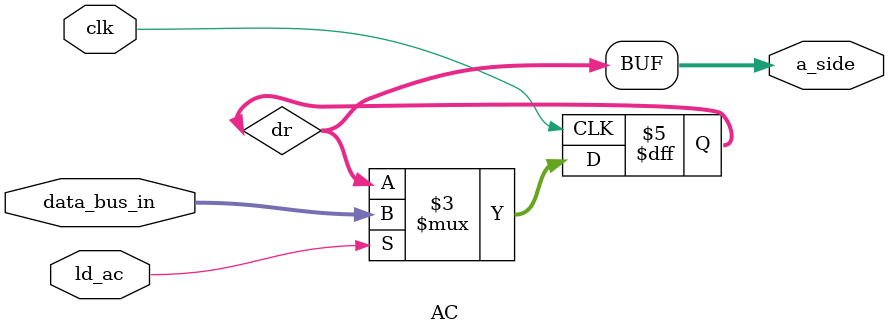
<source format=v>
module AC (data_bus_in, ld_ac, clk, a_side);

input ld_ac, clk;
input [7:0] data_bus_in;
output [7:0] a_side;
reg [7:0] dr = 8'b00000000;


always @(posedge clk) begin
if (ld_ac)
	dr <= data_bus_in;

end

assign a_side = dr;
endmodule





</source>
